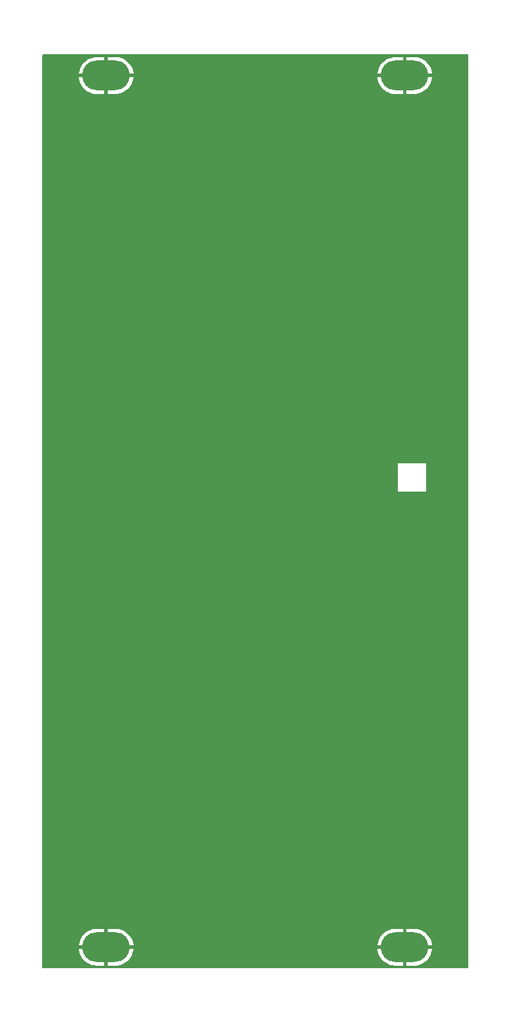
<source format=gbl>
G04 #@! TF.GenerationSoftware,KiCad,Pcbnew,7.0.7-7.0.7~ubuntu22.04.1*
G04 #@! TF.CreationDate,2023-10-11T22:59:52+02:00*
G04 #@! TF.ProjectId,MS20-VCF,4d533230-2d56-4434-962e-6b696361645f,rev?*
G04 #@! TF.SameCoordinates,Original*
G04 #@! TF.FileFunction,Copper,L2,Bot*
G04 #@! TF.FilePolarity,Positive*
%FSLAX46Y46*%
G04 Gerber Fmt 4.6, Leading zero omitted, Abs format (unit mm)*
G04 Created by KiCad (PCBNEW 7.0.7-7.0.7~ubuntu22.04.1) date 2023-10-11 22:59:52*
%MOMM*%
%LPD*%
G01*
G04 APERTURE LIST*
G04 #@! TA.AperFunction,ComponentPad*
%ADD10O,6.700000X4.200000*%
G04 #@! TD*
G04 #@! TA.AperFunction,ViaPad*
%ADD11C,8.500000*%
G04 #@! TD*
G04 #@! TA.AperFunction,ViaPad*
%ADD12C,7.800000*%
G04 #@! TD*
G04 APERTURE END LIST*
D10*
X186000000Y-30000000D03*
X228000000Y-30000000D03*
X228000000Y-152500000D03*
X186000000Y-152500000D03*
D11*
X200500000Y-91500000D03*
D12*
X197000000Y-80500000D03*
X207000000Y-80500000D03*
X217000000Y-80500000D03*
D11*
X225000000Y-44000000D03*
X189000000Y-103000000D03*
X220000000Y-122500000D03*
X194000000Y-122500000D03*
X222000000Y-102500000D03*
D12*
X207000000Y-139500000D03*
X197000000Y-139500000D03*
X217000000Y-139500000D03*
D11*
X220000000Y-63500000D03*
X194000000Y-63500000D03*
X192000000Y-43500000D03*
G04 #@! TA.AperFunction,Conductor*
G36*
X236912500Y-27042113D02*
G01*
X236957887Y-27087500D01*
X236974500Y-27149500D01*
X236974500Y-155350500D01*
X236957887Y-155412500D01*
X236912500Y-155457887D01*
X236850500Y-155474500D01*
X177149500Y-155474500D01*
X177087500Y-155457887D01*
X177042113Y-155412500D01*
X177025500Y-155350500D01*
X177025499Y-152750000D01*
X182162027Y-152750000D01*
X182175887Y-152899576D01*
X182244500Y-153212876D01*
X182351094Y-153515367D01*
X182494054Y-153802470D01*
X182671212Y-154069828D01*
X182879883Y-154313390D01*
X183116895Y-154529455D01*
X183378679Y-154714767D01*
X183661232Y-154866495D01*
X183960307Y-154982358D01*
X184271345Y-155060587D01*
X184589636Y-155100000D01*
X185750000Y-155100000D01*
X185750000Y-152750000D01*
X186250000Y-152750000D01*
X186250000Y-155100000D01*
X187330107Y-155100000D01*
X187570115Y-155085196D01*
X187885382Y-155026263D01*
X188191012Y-154929034D01*
X188482384Y-154794982D01*
X188755063Y-154626147D01*
X189004937Y-154425074D01*
X189228205Y-154194821D01*
X189421485Y-153938876D01*
X189581849Y-153661120D01*
X189706861Y-153365765D01*
X189794632Y-153057282D01*
X189842331Y-152750000D01*
X224162027Y-152750000D01*
X224175887Y-152899576D01*
X224244500Y-153212876D01*
X224351094Y-153515367D01*
X224494054Y-153802470D01*
X224671212Y-154069828D01*
X224879883Y-154313390D01*
X225116895Y-154529455D01*
X225378679Y-154714767D01*
X225661232Y-154866495D01*
X225960307Y-154982358D01*
X226271345Y-155060587D01*
X226589636Y-155100000D01*
X227750000Y-155100000D01*
X227750000Y-152750000D01*
X228250000Y-152750000D01*
X228250000Y-155100000D01*
X229330107Y-155100000D01*
X229570115Y-155085196D01*
X229885382Y-155026263D01*
X230191012Y-154929034D01*
X230482384Y-154794982D01*
X230755063Y-154626147D01*
X231004937Y-154425074D01*
X231228205Y-154194821D01*
X231421485Y-153938876D01*
X231581849Y-153661120D01*
X231706861Y-153365765D01*
X231794632Y-153057282D01*
X231842331Y-152750000D01*
X228250000Y-152750000D01*
X227750000Y-152750000D01*
X224162027Y-152750000D01*
X189842331Y-152750000D01*
X186250000Y-152750000D01*
X185750000Y-152750000D01*
X182162027Y-152750000D01*
X177025499Y-152750000D01*
X177025499Y-152249999D01*
X182157668Y-152249999D01*
X182157669Y-152250000D01*
X185750000Y-152250000D01*
X185750000Y-149900000D01*
X186250000Y-149900000D01*
X186250000Y-152250000D01*
X189837973Y-152250000D01*
X189837973Y-152249999D01*
X224157668Y-152249999D01*
X224157669Y-152250000D01*
X227750000Y-152250000D01*
X227750000Y-149900000D01*
X228250000Y-149900000D01*
X228250000Y-152250000D01*
X231837973Y-152250000D01*
X231837973Y-152249999D01*
X231824112Y-152100423D01*
X231755499Y-151787123D01*
X231648905Y-151484632D01*
X231505945Y-151197529D01*
X231328787Y-150930171D01*
X231120116Y-150686609D01*
X230883104Y-150470544D01*
X230621320Y-150285232D01*
X230338767Y-150133504D01*
X230039692Y-150017641D01*
X229728654Y-149939412D01*
X229410364Y-149900000D01*
X228250000Y-149900000D01*
X227750000Y-149900000D01*
X226669893Y-149900000D01*
X226429884Y-149914803D01*
X226114617Y-149973736D01*
X225808987Y-150070965D01*
X225517615Y-150205017D01*
X225244936Y-150373852D01*
X224995062Y-150574925D01*
X224771794Y-150805178D01*
X224578514Y-151061123D01*
X224418150Y-151338879D01*
X224293138Y-151634234D01*
X224205367Y-151942717D01*
X224157668Y-152249999D01*
X189837973Y-152249999D01*
X189824112Y-152100423D01*
X189755499Y-151787123D01*
X189648905Y-151484632D01*
X189505945Y-151197529D01*
X189328787Y-150930171D01*
X189120116Y-150686609D01*
X188883104Y-150470544D01*
X188621320Y-150285232D01*
X188338767Y-150133504D01*
X188039692Y-150017641D01*
X187728654Y-149939412D01*
X187410364Y-149900000D01*
X186250000Y-149900000D01*
X185750000Y-149900000D01*
X184669893Y-149900000D01*
X184429884Y-149914803D01*
X184114617Y-149973736D01*
X183808987Y-150070965D01*
X183517615Y-150205017D01*
X183244936Y-150373852D01*
X182995062Y-150574925D01*
X182771794Y-150805178D01*
X182578514Y-151061123D01*
X182418150Y-151338879D01*
X182293138Y-151634234D01*
X182205367Y-151942717D01*
X182157668Y-152249999D01*
X177025499Y-152249999D01*
X177025499Y-150994929D01*
X177025500Y-84500000D01*
X227000000Y-84500000D01*
X227000000Y-88500000D01*
X231000000Y-88500000D01*
X231000000Y-84500000D01*
X227000000Y-84500000D01*
X177025500Y-84500000D01*
X177025500Y-30250000D01*
X182162027Y-30250000D01*
X182175887Y-30399576D01*
X182244500Y-30712876D01*
X182351094Y-31015367D01*
X182494054Y-31302470D01*
X182671212Y-31569828D01*
X182879883Y-31813390D01*
X183116895Y-32029455D01*
X183378679Y-32214767D01*
X183661232Y-32366495D01*
X183960307Y-32482358D01*
X184271345Y-32560587D01*
X184589636Y-32600000D01*
X185750000Y-32600000D01*
X185750000Y-30250000D01*
X186250000Y-30250000D01*
X186250000Y-32600000D01*
X187330107Y-32600000D01*
X187570115Y-32585196D01*
X187885382Y-32526263D01*
X188191012Y-32429034D01*
X188482384Y-32294982D01*
X188755063Y-32126147D01*
X189004937Y-31925074D01*
X189228205Y-31694821D01*
X189421485Y-31438876D01*
X189581849Y-31161120D01*
X189706861Y-30865765D01*
X189794632Y-30557282D01*
X189842331Y-30250000D01*
X224162027Y-30250000D01*
X224175887Y-30399576D01*
X224244500Y-30712876D01*
X224351094Y-31015367D01*
X224494054Y-31302470D01*
X224671212Y-31569828D01*
X224879883Y-31813390D01*
X225116895Y-32029455D01*
X225378679Y-32214767D01*
X225661232Y-32366495D01*
X225960307Y-32482358D01*
X226271345Y-32560587D01*
X226589636Y-32600000D01*
X227750000Y-32600000D01*
X227750000Y-30250000D01*
X228250000Y-30250000D01*
X228250000Y-32600000D01*
X229330107Y-32600000D01*
X229570115Y-32585196D01*
X229885382Y-32526263D01*
X230191012Y-32429034D01*
X230482384Y-32294982D01*
X230755063Y-32126147D01*
X231004937Y-31925074D01*
X231228205Y-31694821D01*
X231421485Y-31438876D01*
X231581849Y-31161120D01*
X231706861Y-30865765D01*
X231794632Y-30557282D01*
X231842331Y-30250000D01*
X228250000Y-30250000D01*
X227750000Y-30250000D01*
X224162027Y-30250000D01*
X189842331Y-30250000D01*
X186250000Y-30250000D01*
X185750000Y-30250000D01*
X182162027Y-30250000D01*
X177025500Y-30250000D01*
X177025500Y-29749999D01*
X182157668Y-29749999D01*
X182157669Y-29750000D01*
X185750000Y-29750000D01*
X185750000Y-27400000D01*
X186250000Y-27400000D01*
X186250000Y-29750000D01*
X189837973Y-29750000D01*
X189837973Y-29749999D01*
X224157668Y-29749999D01*
X224157669Y-29750000D01*
X227750000Y-29750000D01*
X227750000Y-27400000D01*
X228250000Y-27400000D01*
X228250000Y-29750000D01*
X231837973Y-29750000D01*
X231837973Y-29749999D01*
X231824112Y-29600423D01*
X231755499Y-29287123D01*
X231648905Y-28984632D01*
X231505945Y-28697529D01*
X231328787Y-28430171D01*
X231120116Y-28186609D01*
X230883104Y-27970544D01*
X230621320Y-27785232D01*
X230338767Y-27633504D01*
X230039692Y-27517641D01*
X229728654Y-27439412D01*
X229410364Y-27400000D01*
X228250000Y-27400000D01*
X227750000Y-27400000D01*
X226669893Y-27400000D01*
X226429884Y-27414803D01*
X226114617Y-27473736D01*
X225808987Y-27570965D01*
X225517615Y-27705017D01*
X225244936Y-27873852D01*
X224995062Y-28074925D01*
X224771794Y-28305178D01*
X224578514Y-28561123D01*
X224418150Y-28838879D01*
X224293138Y-29134234D01*
X224205367Y-29442717D01*
X224157668Y-29749999D01*
X189837973Y-29749999D01*
X189824112Y-29600423D01*
X189755499Y-29287123D01*
X189648905Y-28984632D01*
X189505945Y-28697529D01*
X189328787Y-28430171D01*
X189120116Y-28186609D01*
X188883104Y-27970544D01*
X188621320Y-27785232D01*
X188338767Y-27633504D01*
X188039692Y-27517641D01*
X187728654Y-27439412D01*
X187410364Y-27400000D01*
X186250000Y-27400000D01*
X185750000Y-27400000D01*
X184669893Y-27400000D01*
X184429884Y-27414803D01*
X184114617Y-27473736D01*
X183808987Y-27570965D01*
X183517615Y-27705017D01*
X183244936Y-27873852D01*
X182995062Y-28074925D01*
X182771794Y-28305178D01*
X182578514Y-28561123D01*
X182418150Y-28838879D01*
X182293138Y-29134234D01*
X182205367Y-29442717D01*
X182157668Y-29749999D01*
X177025500Y-29749999D01*
X177025500Y-27149500D01*
X177042113Y-27087500D01*
X177087500Y-27042113D01*
X177149500Y-27025500D01*
X236850500Y-27025500D01*
X236912500Y-27042113D01*
G37*
G04 #@! TD.AperFunction*
M02*

</source>
